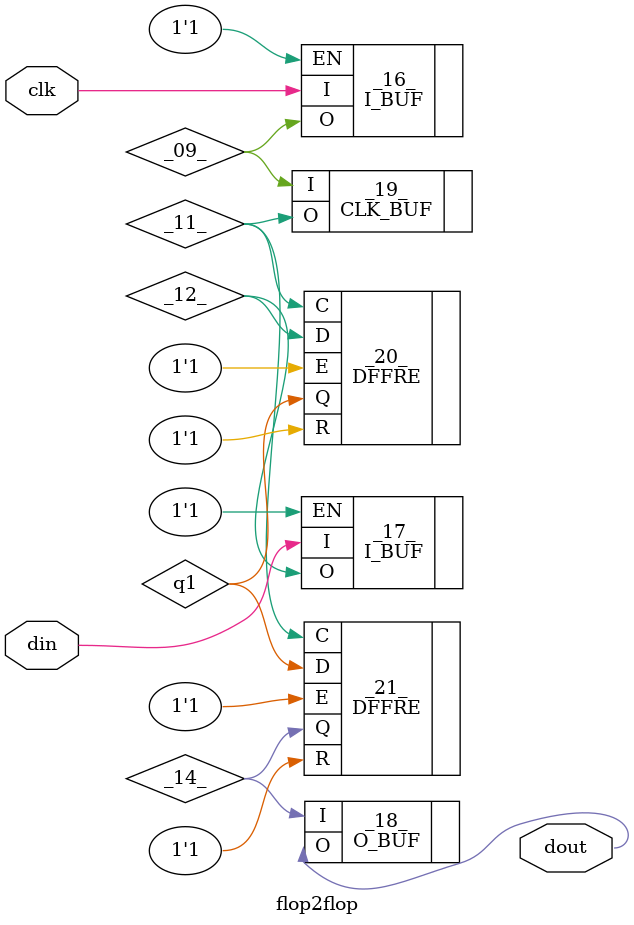
<source format=v>
/* Generated by Yosys 0.18+10 (git sha1 9ae216287, gcc 11.1.0-1ubuntu1~20.04 -fPIC -Os) */

module flop2flop(din, dout, clk);
  input clk;
  input din;
  output dout;
  (* src = "/nfs_scratch/scratch/eda/behzad/ii/yosys_verific_rs/yosys/install/bin/../share/yosys/rapidsilicon/genesis3/io_cell_final_map.v:24.16-24.17" *)
  wire _00_;
  (* src = "/nfs_scratch/scratch/eda/behzad/ii/yosys_verific_rs/yosys/install/bin/../share/yosys/rapidsilicon/genesis3/io_cell_final_map.v:25.16-25.18" *)
  wire _01_;
  (* src = "/nfs_scratch/scratch/eda/behzad/ii/yosys_verific_rs/yosys/install/bin/../share/yosys/rapidsilicon/genesis3/io_cell_final_map.v:26.16-26.17" *)
  wire _02_;
  (* src = "/nfs_scratch/scratch/eda/behzad/ii/yosys_verific_rs/yosys/install/bin/../share/yosys/rapidsilicon/genesis3/io_cell_final_map.v:37.16-37.17" *)
  wire _03_;
  (* src = "/nfs_scratch/scratch/eda/behzad/ii/yosys_verific_rs/yosys/install/bin/../share/yosys/rapidsilicon/genesis3/io_cell_final_map.v:38.16-38.17" *)
  wire _04_;
  (* src = "/nfs_scratch/scratch/eda/behzad/ii/yosys_verific_rs/yosys/install/bin/../share/yosys/rapidsilicon/genesis3/io_cell_final_map.v:39.16-39.17" *)
  wire _05_;
  (* src = "/nfs_scratch/scratch/eda/behzad/ii/yosys_verific_rs/yosys/install/bin/../share/yosys/rapidsilicon/genesis3/io_cell_final_map.v:24.16-24.17" *)
  wire _06_;
  (* src = "/nfs_scratch/scratch/eda/behzad/ii/yosys_verific_rs/yosys/install/bin/../share/yosys/rapidsilicon/genesis3/io_cell_final_map.v:25.16-25.18" *)
  wire _07_;
  (* src = "/nfs_scratch/scratch/eda/behzad/ii/yosys_verific_rs/yosys/install/bin/../share/yosys/rapidsilicon/genesis3/io_cell_final_map.v:26.16-26.17" *)
  wire _08_;
  wire _09_;
  (* src = "flop2flop.v:14.7-14.10" *)
  (* src = "flop2flop.v:14.7-14.10" *)
  wire clk;
  (* src = "flop2flop.v:13.7-13.10" *)
  (* src = "flop2flop.v:13.7-13.10" *)
  wire din;
  (* keep = 32'h00000001 *)
  (* src = "flop2flop.v:15.12-15.16" *)
  (* keep = 32'h00000001 *)
  (* src = "flop2flop.v:15.12-15.16" *)
  wire dout;
  (* src = "/nfs_scratch/scratch/eda/behzad/ii/yosys_verific_rs/yosys/install/bin/../share/yosys/rapidsilicon/genesis3/io_cell_final_map.v:11.12-11.13" *)
  wire _10_;
  wire _11_;
  wire _12_;
  wire _13_;
  wire _14_;
  (* src = "/nfs_scratch/scratch/eda/behzad/ii/yosys_verific_rs/yosys/install/bin/../share/yosys/rapidsilicon/genesis3/io_cell_final_map.v:10.12-10.13" *)
  wire _15_;
  (* keep = 32'h00000001 *)
  (* src = "flop2flop.v:17.5-17.7" *)
  wire q1;
  (* keep = 32'h00000001 *)
  (* module_not_derived = 32'h00000001 *)
  (* src = "/nfs_scratch/scratch/eda/behzad/ii/yosys_verific_rs/yosys/install/bin/../share/yosys/rapidsilicon/genesis3/io_cell_final_map.v:29.41-29.81" *)
  I_BUF #(
    .WEAK_KEEPER("NONE")
  ) _16_ (
    .O(_09_),
    .EN(1'h1),
    .I(clk)
  );
  (* keep = 32'h00000001 *)
  (* module_not_derived = 32'h00000001 *)
  (* src = "/nfs_scratch/scratch/eda/behzad/ii/yosys_verific_rs/yosys/install/bin/../share/yosys/rapidsilicon/genesis3/io_cell_final_map.v:29.41-29.81" *)
  I_BUF #(
    .WEAK_KEEPER("NONE")
  ) _17_ (
    .O(_12_),
    .EN(1'h1),
    .I(din)
  );
  (* keep = 32'h00000001 *)
  (* module_not_derived = 32'h00000001 *)
  (* src = "/nfs_scratch/scratch/eda/behzad/ii/yosys_verific_rs/yosys/install/bin/../share/yosys/rapidsilicon/genesis3/io_cell_final_map.v:41.13-41.44" *)
  O_BUF _18_ (
    .O(dout),
    .I(_14_)
  );
  (* module_not_derived = 32'h00000001 *)
  (* src = "/nfs_scratch/scratch/eda/behzad/ii/yosys_verific_rs/yosys/install/bin/../share/yosys/rapidsilicon/genesis3/io_cell_final_map.v:14.13-14.45" *)
  CLK_BUF _19_ (
    .O(_11_),
    .I(_13_)
  );
  (* module_not_derived = 32'h00000001 *)
  (* src = "/nfs_scratch/scratch/eda/behzad/ii/yosys_verific_rs/yosys/install/bin/../share/yosys/rapidsilicon/genesis3/ffs_map.v:10.11-10.70" *)
  DFFRE _20_ (
    .C(_11_),
    .D(_12_),
    .E(1'h1),
    .Q(q1),
    .R(1'h1)
  );
  (* module_not_derived = 32'h00000001 *)
  (* src = "/nfs_scratch/scratch/eda/behzad/ii/yosys_verific_rs/yosys/install/bin/../share/yosys/rapidsilicon/genesis3/ffs_map.v:10.11-10.70" *)
  DFFRE _21_ (
    .C(_11_),
    .D(q1),
    .E(1'h1),
    .Q(_14_),
    .R(1'h1)
  );
  assign _13_ = _09_;
endmodule

</source>
